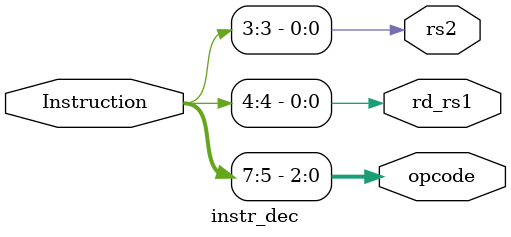
<source format=v>

module instr_dec(
input wire [7:0]Instruction,
output [2:0]opcode,
output rd_rs1,rs2
);

assign opcode=Instruction[7:5];
assign rd_rs1=Instruction[4];
assign rs2=Instruction[3];
endmodule
</source>
